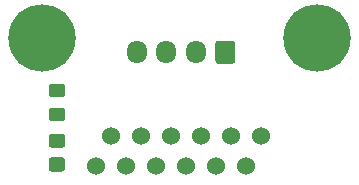
<source format=gts>
G04 #@! TF.GenerationSoftware,KiCad,Pcbnew,5.1.9+dfsg1-1*
G04 #@! TF.CreationDate,2023-03-08T16:00:21+09:00*
G04 #@! TF.ProjectId,audio-io-breakout-pajeromini,61756469-6f2d-4696-9f2d-627265616b6f,rev?*
G04 #@! TF.SameCoordinates,Original*
G04 #@! TF.FileFunction,Soldermask,Top*
G04 #@! TF.FilePolarity,Negative*
%FSLAX46Y46*%
G04 Gerber Fmt 4.6, Leading zero omitted, Abs format (unit mm)*
G04 Created by KiCad (PCBNEW 5.1.9+dfsg1-1) date 2023-03-08 16:00:21*
%MOMM*%
%LPD*%
G01*
G04 APERTURE LIST*
%ADD10C,5.700000*%
%ADD11C,1.524000*%
%ADD12O,1.700000X1.950000*%
G04 APERTURE END LIST*
D10*
X88750000Y-77500000D03*
X112000000Y-77500000D03*
D11*
X107315000Y-85852000D03*
X104775000Y-85852000D03*
X102235000Y-85852000D03*
X99695000Y-85852000D03*
X97155000Y-85852000D03*
X94615000Y-85852000D03*
X106045000Y-88392000D03*
X103505000Y-88392000D03*
X100965000Y-88392000D03*
X98425000Y-88392000D03*
X95885000Y-88392000D03*
X93345000Y-88392000D03*
G36*
G01*
X89549999Y-83450000D02*
X90450001Y-83450000D01*
G75*
G02*
X90700000Y-83699999I0J-249999D01*
G01*
X90700000Y-84350001D01*
G75*
G02*
X90450001Y-84600000I-249999J0D01*
G01*
X89549999Y-84600000D01*
G75*
G02*
X89300000Y-84350001I0J249999D01*
G01*
X89300000Y-83699999D01*
G75*
G02*
X89549999Y-83450000I249999J0D01*
G01*
G37*
G36*
G01*
X89549999Y-81400000D02*
X90450001Y-81400000D01*
G75*
G02*
X90700000Y-81649999I0J-249999D01*
G01*
X90700000Y-82300001D01*
G75*
G02*
X90450001Y-82550000I-249999J0D01*
G01*
X89549999Y-82550000D01*
G75*
G02*
X89300000Y-82300001I0J249999D01*
G01*
X89300000Y-81649999D01*
G75*
G02*
X89549999Y-81400000I249999J0D01*
G01*
G37*
G36*
G01*
X89549999Y-87650000D02*
X90450001Y-87650000D01*
G75*
G02*
X90700000Y-87899999I0J-249999D01*
G01*
X90700000Y-88600001D01*
G75*
G02*
X90450001Y-88850000I-249999J0D01*
G01*
X89549999Y-88850000D01*
G75*
G02*
X89300000Y-88600001I0J249999D01*
G01*
X89300000Y-87899999D01*
G75*
G02*
X89549999Y-87650000I249999J0D01*
G01*
G37*
G36*
G01*
X89549999Y-85650000D02*
X90450001Y-85650000D01*
G75*
G02*
X90700000Y-85899999I0J-249999D01*
G01*
X90700000Y-86600001D01*
G75*
G02*
X90450001Y-86850000I-249999J0D01*
G01*
X89549999Y-86850000D01*
G75*
G02*
X89300000Y-86600001I0J249999D01*
G01*
X89300000Y-85899999D01*
G75*
G02*
X89549999Y-85650000I249999J0D01*
G01*
G37*
G36*
G01*
X105100000Y-78025000D02*
X105100000Y-79475000D01*
G75*
G02*
X104850000Y-79725000I-250000J0D01*
G01*
X103650000Y-79725000D01*
G75*
G02*
X103400000Y-79475000I0J250000D01*
G01*
X103400000Y-78025000D01*
G75*
G02*
X103650000Y-77775000I250000J0D01*
G01*
X104850000Y-77775000D01*
G75*
G02*
X105100000Y-78025000I0J-250000D01*
G01*
G37*
D12*
X101750000Y-78750000D03*
X99250000Y-78750000D03*
X96750000Y-78750000D03*
M02*

</source>
